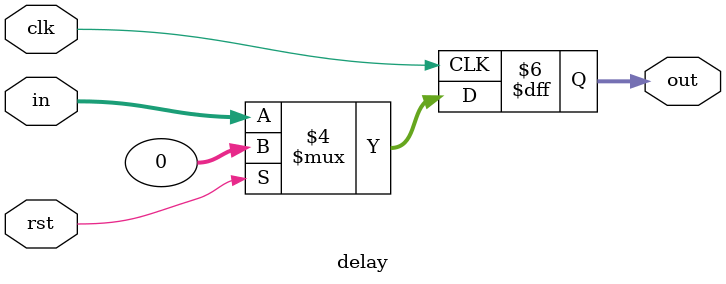
<source format=sv>
module delay #(parameter bits = 32, parameter default_value = 0)
(
	input clk, rst,
	input [bits-1:0] in,
	output reg [bits-1:0] out = 0
);

always @(posedge clk) begin
    if(rst)
        out <= default_value;
    else    
        out <= in;
end

endmodule
</source>
